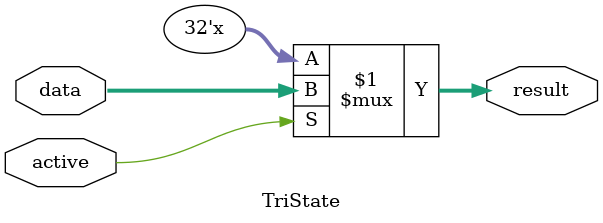
<source format=sv>
module TriState(
	input[0:31] data,
	input active,
	output[0:31] result
);

assign result = (active) ? data : 32'bz;

endmodule

</source>
